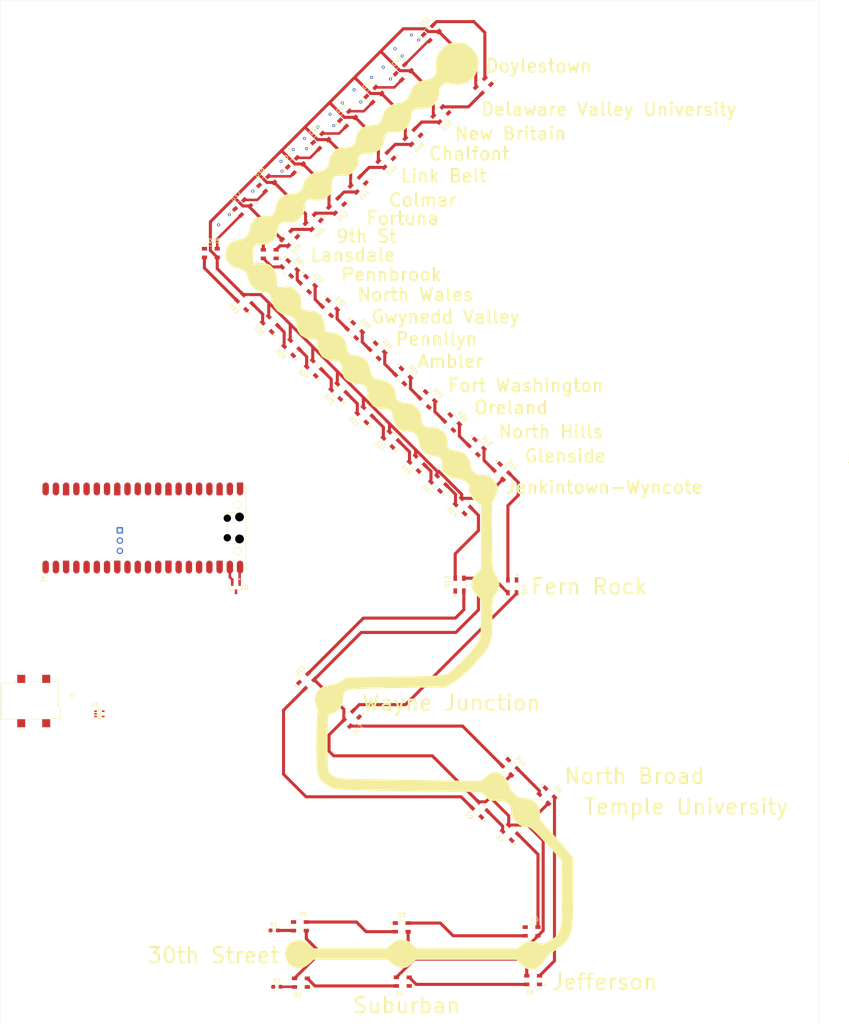
<source format=kicad_pcb>
(kicad_pcb (version 20240108) (generator "pcbnew") (generator_version "8.0")
  (layers (0 "F.Cu" signal) (31 "B.Cu" signal) (34 "B.Paste" user) (35 "F.Paste" user) (36 "B.SilkS" user "B.Silkscreen") (37 "F.SilkS" user "F.Silkscreen") (38 "B.Mask" user) (39 "F.Mask" user) (44 "Edge.Cuts" user))
  (net 0 "")
  (net 4 "Net-(A1-VSYS)")
  (net 13 "Net-(A1-VBUS)")
  (net 32 "GND")
  (net 33 "+5V")
  (net 34 "Pennbrook_INBOUND")
  (net 35 "Pennbrook_OUTBOUND")
  (net 36 "Net-(D1-DOUT)")
  (net 37 "Net-(D1-DIN)")
  (net 38 "Net-(D2-DIN)")
  (net 39 "Net-(D2-DOUT)")
  (net 40 "Net-(D3-DOUT)")
  (net 41 "Net-(D4-DIN)")
  (net 42 "Net-(D5-DOUT)")
  (net 43 "Net-(D6-DIN)")
  (net 44 "Net-(D7-DOUT)")
  (net 45 "Net-(D10-DOUT)")
  (net 46 "Net-(D11-DIN)")
  (net 47 "Net-(D10-DIN)")
  (net 48 "Net-(D11-DOUT)")
  (net 49 "Net-(D12-DIN)")
  (net 50 "Net-(D13-DOUT)")
  (net 51 "Net-(D14-DIN)")
  (net 52 "Net-(D15-DOUT)")
  (net 53 "Net-(D16-DIN)")
  (net 54 "Net-(D17-DOUT)")
  (net 55 "Net-(D18-DIN)")
  (net 56 "Net-(D19-DOUT)")
  (net 57 "Net-(D20-DIN)")
  (net 58 "Net-(D21-DOUT)")
  (net 59 "Net-(D22-DIN)")
  (net 60 "Net-(D23-DOUT)")
  (net 61 "Net-(D24-DIN)")
  (net 62 "Net-(D25-DOUT)")
  (net 63 "Net-(D26-DIN)")
  (net 64 "Net-(D27-DOUT)")
  (net 65 "Net-(D28-DIN)")
  (net 66 "Net-(D29-DOUT)")
  (net 67 "Net-(D30-DIN)")
  (net 68 "Net-(D31-DOUT)")
  (net 69 "Net-(D32-DIN)")
  (net 70 "Net-(D35-DOUT)")
  (net 71 "Net-(D36-DIN)")
  (net 72 "Net-(D37-DOUT)")
  (net 73 "Net-(D38-DIN)")
  (net 74 "Net-(D39-DOUT)")
  (net 75 "Net-(D40-DIN)")
  (net 76 "Net-(D41-DOUT)")
  (net 77 "Net-(D42-DIN)")
  (net 78 "Net-(D43-DOUT)")
  (net 79 "Net-(D44-DIN)")
  (net 80 "Net-(D45-DOUT)")
  (net 81 "Net-(D46-DIN)")
  (net 82 "Net-(D47-DOUT)")
  (net 83 "Net-(D48-DIN)")
  (net 84 "Net-(D49-DOUT)")
  (net 85 "Net-(D50-DIN)")
  (net 86 "Net-(D51-DOUT)")
  (net 87 "Net-(A1-GPIO18)")
  (net 88 "DATA_IN")
  (footprint "TrainTrackr-footprints:LED_IN-PI33TBTPRPGPB" (layer "F.Cu") (at 384.175 210.058 135)
    (property "Reference" "D29")
    (property "Value" "IN-PI33TBTPRPGPB")
  )
  (footprint "TrainTrackr-footprints:LED_IN-PI33TBTPRPGPB" (layer "F.Cu") (at 388.112 194.31 -45)
    (property "Reference" "D32")
    (property "Value" "IN-PI33TBTPRPGPB")
  )
  (footprint "TrainTrackr-footprints:LED_IN-PI33TBTPRPGPB" (layer "F.Cu") (at 389.763 215.138 135)
    (property "Reference" "D27")
    (property "Value" "IN-PI33TBTPRPGPB")
  )
  (footprint "TrainTrackr-footprints:LED_IN-PI33TBTPRPGPB" (layer "F.Cu") (at 408.813 232.791 135)
    (property "Reference" "D21")
    (property "Value" "IN-PI33TBTPRPGPB")
  )
  (footprint "TrainTrackr-footprints:TENSILITY_54-00165" (layer "F.Cu") (at 319.278 297.688 -90)
    (property "Reference" "J1")
    (property "Value" "54-00165" (hide yes))
  )
  (footprint "TrainTrackr-footprints:LED_IN-PI33TBTPRPGPB" (layer "F.Cu") (at 430.022 234.696 -45)
    (property "Reference" "D18")
    (property "Value" "IN-PI33TBTPRPGPB")
  )
  (footprint "TrainTrackr-footprints:LED_IN-PI33TBTPRPGPB" (layer "F.Cu") (at 420.624 243.713 135)
    (property "Reference" "D17")
    (property "Value" "IN-PI33TBTPRPGPB")
  )
  (footprint "TrainTrackr-footprints:DCK0005A_L" (layer "F.Cu") (at 336.423 300.863)
    (property "Reference" "U1")
    (property "Value" "SN74LV1T34DCKR")
  )
  (footprint "TrainTrackr-footprints:LED_IN-PI33TBTPRPGPB" (layer "F.Cu") (at 418.805062 131.993938 45)
    (property "Reference" "D51")
    (property "Value" "IN-PI33TBTPRPGPB" (hide yes))
  )
  (footprint "TrainTrackr-footprints:LED_IN-PI33TBTPRPGPB" (layer "F.Cu") (at 387.858 292.735 45)
    (property "Reference" "D11")
    (property "Value" "IN-PI33TBTPRPGPB")
  )
  (footprint "TrainTrackr-footprints:LED_IN-PI33TBTPRPGPB" (layer "F.Cu") (at 386.207 353.568)
    (property "Reference" "D1")
    (property "Value" "IN-PI33TBTPRPGPB")
  )
  (footprint "TrainTrackr-footprints:LED_IN-PI33TBTPRPGPB" (layer "F.Cu") (at 399.009904 302.019304 -135)
    (property "Reference" "D12")
    (property "Value" "IN-PI33TBTPRPGPB")
  )
  (footprint "TrainTrackr-footprints:LED_IN-PI33TBTPRPGPB" (layer "F.Cu") (at 405.384 210.82 -45)
    (property "Reference" "D26")
    (property "Value" "IN-PI33TBTPRPGPB")
  )
  (footprint "TrainTrackr-footprints:LED_IN-PI33TBTPRPGPB" (layer "F.Cu") (at 431.759062 145.074938 -135)
    (property "Reference" "D52" (hide yes))
    (property "Value" "IN-PI33TBTPRPGPB")
  )
  (footprint "TrainTrackr-footprints:LED_IN-PI33TBTPRPGPB" (layer "F.Cu") (at 430.870062 324.571062 135)
    (property "Reference" "D9")
    (property "Value" "IN-PI33TBTPRPGPB")
  )
  (footprint "TrainTrackr-footprints:LED_IN-PI33TBTPRPGPB" (layer "F.Cu") (at 391.373062 158.790938 45)
    (property "Reference" "D43")
    (property "Value" "IN-PI33TBTPRPGPB")
  )
  (footprint "TrainTrackr-footprints:LED_IN-PI33TBTPRPGPB" (layer "F.Cu") (at 425.831 268.805 90)
    (property "Reference" "D13")
    (property "Value" "IN-PI33TBTPRPGPB")
  )
  (footprint "TrainTrackr-footprints:LED_IN-PI33TBTPRPGPB" (layer "F.Cu") (at 411.874304 141.707904 45)
    (property "Reference" "D49")
    (property "Value" "IN-PI33TBTPRPGPB" (hide yes))
  )
  (footprint "TrainTrackr-footprints:train_line" (layer "F.Cu") (at 404 268)
    (property "Reference" "G***" (hide yes))
    (property "Value" "LOGO" (hide yes))
  )
  (footprint "TrainTrackr-footprints:LED_IN-PI33TBTPRPGPB" (layer "F.Cu") (at 411.774938 217.083938 -45)
    (property "Reference" "D24")
    (property "Value" "IN-PI33TBTPRPGPB")
  )
  (footprint "TrainTrackr-footprints:LED_IN-PI33TBTPRPGPB" (layer "F.Cu") (at 447.523904 321.169696 -45)
    (property "Reference" "D8")
    (property "Value" "IN-PI33TBTPRPGPB")
  )
  (footprint "TrainTrackr-footprints:LED_IN-PI33TBTPRPGPB" (layer "F.Cu") (at 389.509 178.816 -135)
    (property "Reference" "D40")
    (property "Value" "IN-PI33TBTPRPGPB")
  )
  (footprint "TrainTrackr-footprints:RaspberryPi_Pico_W_SMD_HandSolder" (layer "F.Cu") (at 347.218 254.762 -90)
    (property "Reference" "A1")
    (property "Value" "RaspberryPi_Pico")
  )
  (footprint "TrainTrackr-footprints:LED_IN-PI33TBTPRPGPB" (layer "F.Cu") (at 407.567096 163.435696 -135)
    (property "Reference" "D46")
    (property "Value" "IN-PI33TBTPRPGPB")
  )
  (footprint "TrainTrackr-footprints:LED_IN-PI33TBTPRPGPB" (layer "F.Cu") (at 438.912 269.24 -90)
    (property "Reference" "D14")
    (property "Value" "IN-PI33TBTPRPGPB")
  )
  (footprint "TrainTrackr-footprints:LED_IN-PI33TBTPRPGPB" (layer "F.Cu") (at 395.859 220.853 135)
    (property "Reference" "D25")
    (property "Value" "IN-PI33TBTPRPGPB")
  )
  (footprint "TrainTrackr-footprints:LED_IN-PI33TBTPRPGPB" (layer "F.Cu") (at 402.336 226.695 135)
    (property "Reference" "D23")
    (property "Value" "IN-PI33TBTPRPGPB")
  )
  (footprint "TrainTrackr-footprints:LED_IN-PI33TBTPRPGPB" (layer "F.Cu") (at 414.274 157.734 -135)
    (property "Reference" "D48")
    (property "Value" "IN-PI33TBTPRPGPB")
  )
  (footprint "TrainTrackr-footprints:LED_IN-PI33TBTPRPGPB" (layer "F.Cu") (at 444.119 366.903 180)
    (property "Reference" "D6")
    (property "Value" "IN-PI33TBTPRPGPB")
  )
  (footprint "Resistor_SMD:R_0603_1608Metric_Pad0.98x0.95mm_HandSolder" (layer "F.Cu") (at 380.492 368.554)
    (property "Reference" "R2")
    (property "Value" "R_US")
  )
  (footprint "TrainTrackr-footprints:LED_IN-PI33TBTPRPGPB" (layer "F.Cu") (at 415.29 238.76 135)
    (property "Reference" "D19")
    (property "Value" "IN-PI33TBTPRPGPB")
  )
  (footprint "TrainTrackr-footprints:LED_IN-PI33TBTPRPGPB" (layer "F.Cu") (at 399.796 205.74 -45)
    (property "Reference" "D28")
    (property "Value" "IN-PI33TBTPRPGPB")
  )
  (footprint "TrainTrackr-footprints:LED_IN-PI33TBTPRPGPB" (layer "F.Cu") (at 377.952 169.418 45)
    (property "Reference" "D39")
    (property "Value" "IN-PI33TBTPRPGPB")
  )
  (footprint "TrainTrackr-footprints:LED_IN-PI33TBTPRPGPB" (layer "F.Cu") (at 364.0925 186.563)
    (property "Reference" "D35")
    (property "Value" "IN-PI33TBTPRPGPB")
  )
  (footprint "TrainTrackr-footprints:LED_IN-PI33TBTPRPGPB" (layer "F.Cu") (at 383.667 182.88 -135)
    (property "Reference" "D38")
    (property "Value" "IN-PI33TBTPRPGPB")
  )
  (footprint "TrainTrackr-footprints:train" (layer "F.Cu") (at 370.332 269.5695 -90)
    (property "Reference" "Q1")
    (property "Value" "DMG2305UX-13")
  )
  (footprint "TrainTrackr-footprints:LED_IN-PI33TBTPRPGPB" (layer "F.Cu") (at 398.042096 153.275696 45)
    (property "Reference" "D45")
    (property "Value" "IN-PI33TBTPRPGPB")
  )
  (footprint "TrainTrackr-footprints:LED_IN-PI33TBTPRPGPB" (layer "F.Cu") (at 383.667 190.373 -45)
    (property "Reference" "D34")
    (property "Value" "IN-PI33TBTPRPGPB")
  )
  (footprint "TrainTrackr-footprints:LED_IN-PI33TBTPRPGPB" (layer "F.Cu") (at 417.83 222.885 -45)
    (property "Reference" "D22")
    (property "Value" "IN-PI33TBTPRPGPB")
  )
  (footprint "TrainTrackr-footprints:LED_IN-PI33TBTPRPGPB" (layer "F.Cu") (at 371.983 175.26 45)
    (property "Reference" "D37")
    (property "Value" "IN-PI33TBTPRPGPB")
  )
  (footprint "TrainTrackr-footprints:LED_IN-PI33TBTPRPGPB" (layer "F.Cu") (at 385.088096 164.832696 45)
    (property "Reference" "D41")
    (property "Value" "IN-PI33TBTPRPGPB")
  )
  (footprint "TrainTrackr-footprints:LED_IN-PI33TBTPRPGPB" (layer "F.Cu") (at 423.926 228.6 -45)
    (property "Reference" "D20")
    (property "Value" "IN-PI33TBTPRPGPB")
  )
  (footprint "TrainTrackr-footprints:LED_IN-PI33TBTPRPGPB" (layer "F.Cu") (at 438.404 330.327 135)
    (property "Reference" "D7")
    (property "Value" "IN-PI33TBTPRPGPB")
  )
  (footprint "TrainTrackr-footprints:LED_IN-PI33TBTPRPGPB" (layer "F.Cu") (at 378.714 186.817 180)
    (property "Reference" "D36" (hide yes))
    (property "Value" "IN-PI33TBTPRPGPB")
  )
  (footprint "TrainTrackr-footprints:LED_IN-PI33TBTPRPGPB" (layer "F.Cu") (at 438.317938 314.111938 -45)
    (property "Reference" "D10")
    (property "Value" "IN-PI33TBTPRPGPB")
  )
  (footprint "TrainTrackr-footprints:LED_IN-PI33TBTPRPGPB" (layer "F.Cu") (at 404.581062 147.360938 45)
    (property "Reference" "D47")
    (property "Value" "IN-PI33TBTPRPGPB")
  )
  (footprint "TrainTrackr-footprints:LED_IN-PI33TBTPRPGPB" (layer "F.Cu") (at 411.750501 367.284 180)
    (property "Reference" "D4")
    (property "Value" "IN-PI33TBTPRPGPB")
  )
  (footprint "TrainTrackr-footprints:LED_IN-PI33TBTPRPGPB" (layer "F.Cu") (at 443.7215 354.838)
    (property "Reference" "D5")
    (property "Value" "IN-PI33TBTPRPGPB")
  )
  (footprint "TrainTrackr-footprints:LED_IN-PI33TBTPRPGPB" (layer "F.Cu") (at 393.573 200.152 -45)
    (property "Reference" "D30")
    (property "Value" "IN-PI33TBTPRPGPB")
  )
  (footprint "TrainTrackr-footprints:LED_IN-PI33TBTPRPGPB" (layer "F.Cu") (at 378.841 204.216 135)
    (property "Reference" "D31")
    (property "Value" "IN-PI33TBTPRPGPB")
  )
  (footprint "TrainTrackr-footprints:LED_IN-PI33TBTPRPGPB" (layer "F.Cu") (at 411.48 353.822)
    (property "Reference" "D3")
    (property "Value" "IN-PI33TBTPRPGPB")
  )
  (footprint "TrainTrackr-footprints:LED_IN-PI33TBTPRPGPB" (layer "F.Cu") (at 372.491 198.755 135)
    (property "Reference" "D33")
    (property "Value" "IN-PI33TBTPRPGPB")
  )
  (footprint "TrainTrackr-footprints:LED_IN-PI33TBTPRPGPB" (layer "F.Cu") (at 436.245 240.792 -45)
    (property "Reference" "D16")
    (property "Value" "IN-PI33TBTPRPGPB")
  )
  (footprint "TrainTrackr-footprints:LED_IN-PI33TBTPRPGPB" (layer "F.Cu") (at 400.685 169.545 -135)
    (property "Reference" "D44")
    (property "Value" "IN-PI33TBTPRPGPB")
  )
  (footprint "TrainTrackr-footprints:LED_IN-PI33TBTPRPGPB" (layer "F.Cu") (at 395.310062 174.792938 -135)
    (property "Reference" "D42")
    (property "Value" "IN-PI33TBTPRPGPB")
  )
  (footprint "TrainTrackr-footprints:LED_IN-PI33TBTPRPGPB" (layer "F.Cu") (at 426.72 249.301 135)
    (property "Reference" "D15")
    (property "Value" "IN-PI33TBTPRPGPB")
  )
  (footprint "Resistor_SMD:R_0603_1608Metric_Pad0.98x0.95mm_HandSolder" (layer "F.Cu") (at 379.8335 354.584)
    (property "Reference" "R1")
    (property "Value" "R_US")
  )
  (footprint "TrainTrackr-footprints:LED_IN-PI33TBTPRPGPB" (layer "F.Cu") (at 421.218062 152.186938 -135)
    (property "Reference" "D50")
    (property "Value" "IN-PI33TBTPRPGPB")
  )
  (footprint "TrainTrackr-footprints:LED_IN-PI33TBTPRPGPB" (layer "F.Cu") (at 386.461 367.538 180)
    (property "Reference" "D2")
    (property "Value" "IN-PI33TBTPRPGPB")
  )
  (gr_rect (start 311.785 123.825) (end 514.985 377.825) (stroke (width 0.05)) (fill none) (layer "Edge.Cuts"))
  (gr_text "Temple University" (at 456.438 326.136 0) (layer "F.SilkS") (effects (font (size 3.81 3.81) (thickness 0.508)) (justify left bottom)))
  (gr_text "Jenkintown-Wyncote" (at 437 246.5 0) (layer "F.SilkS") (effects (font (size 3.175 3.175) (thickness 0.508)) (justify left bottom)))
  (gr_text "Doylestown" (at 432 142 0) (layer "F.SilkS") (effects (font (size 3.175 3.175) (thickness 0.508)) (justify left bottom)))
  (gr_text "Glenside" (at 441.677 238.755 0) (layer "F.SilkS") (effects (font (size 3.175 3.175) (thickness 0.508)) (justify left bottom)))
  (gr_text "Fortuna" (at 402.411 179.781 0) (layer "F.SilkS") (effects (font (size 3.175 3.175) (thickness 0.508)) (justify left bottom)))
  (gr_text "New Britain" (at 424.411 158.781 0) (layer "F.SilkS") (effects (font (size 3.175 3.175) (thickness 0.508)) (justify left bottom)))
  (gr_text "North Broad" (at 451.485 318.5 0) (layer "F.SilkS") (effects (font (size 3.81 3.81) (thickness 0.508)) (justify left bottom)))
  (gr_text "Oreland" (at 429.177 226.755 0) (layer "F.SilkS") (effects (font (size 3.175 3.175) (thickness 0.508)) (justify left bottom)))
  (gr_text "Pennllyn" (at 409.677 209.755 0) (layer "F.SilkS") (effects (font (size 3.175 3.175) (thickness 0.508)) (justify left bottom)))
  (gr_text "Ambler" (at 415.177 215.255 0) (layer "F.SilkS") (effects (font (size 3.175 3.175) (thickness 0.508)) (justify left bottom)))
  (gr_text "Delaware Valley University" (at 430.911 152.781 0) (layer "F.SilkS") (effects (font (size 3.175 3.175) (thickness 0.508)) (justify left bottom)))
  (gr_text "Fern Rock" (at 443.23 271.5 0) (layer "F.SilkS") (effects (font (size 3.81 3.81) (thickness 0.508)) (justify left bottom)))
  (gr_text "30th Street" (at 348 363 0) (layer "F.SilkS") (effects (font (size 3.81 3.81) (thickness 0.508)) (justify left bottom)))
  (gr_text "Lansdale\n" (at 388.514 188.908 0) (layer "F.SilkS") (effects (font (size 3.175 3.175) (thickness 0.508)) (justify left bottom)))
  (gr_text "Fort Washington" (at 422.677 221.255 0) (layer "F.SilkS") (effects (font (size 3.175 3.175) (thickness 0.508)) (justify left bottom)))
  (gr_text "North Wales" (at 400.177 198.755 0) (layer "F.SilkS") (effects (font (size 3.175 3.175) (thickness 0.508)) (justify left bottom)))
  (gr_text "Wayne Junction" (at 401.32 300.355 0) (layer "F.SilkS") (effects (font (size 3.81 3.81) (thickness 0.508)) (justify left bottom)))
  (gr_text "Colmar" (at 407.911 175.281 0) (layer "F.SilkS") (effects (font (size 3.175 3.175) (thickness 0.508)) (justify left bottom)))
  (gr_text "Suburban\n" (at 399.034 375.412 0) (layer "F.SilkS") (effects (font (size 3.81 3.81) (thickness 0.508)) (justify left bottom)))
  (gr_text "Pennbrook" (at 396.177 193.755 0) (layer "F.SilkS") (effects (font (size 3.175 3.175) (thickness 0.508)) (justify left bottom)))
  (gr_text "Link Belt" (at 410.911 169.281 0) (layer "F.SilkS") (effects (font (size 3.175 3.175) (thickness 0.508)) (justify left bottom)))
  (gr_text "North Hills" (at 435.177 232.755 0) (layer "F.SilkS") (effects (font (size 3.175 3.175) (thickness 0.508)) (justify left bottom)))
  (gr_text "Gwynedd Valley" (at 403.677 204.255 0) (layer "F.SilkS") (effects (font (size 3.175 3.175) (thickness 0.508)) (justify left bottom)))
  (gr_text "9th St\n" (at 394.911 184.281 0) (layer "F.SilkS") (effects (font (size 3.175 3.175) (thickness 0.508)) (justify left bottom)))
  (gr_text "Jefferson" (at 448.437 369.57 0) (layer "F.SilkS") (effects (font (size 3.81 3.81) (thickness 0.508)) (justify left bottom)))
  (gr_text "Chalfont" (at 417.911 163.781 0) (layer "F.SilkS") (effects (font (size 3.175 3.175) (thickness 0.508)) (justify left bottom)))
  (segment (start 369.417 267.563) (end 368.808 266.954) (width 0.635) (layer "F.Cu") (net 4))
  (segment (start 369.417 268.5445) (end 369.417 267.563) (width 0.635) (layer "F.Cu") (net 4))
  (segment (start 368.808 266.954) (end 368.808 263.652) (width 0.635) (layer "F.Cu") (net 4))
  (segment (start 371.247 263.753) (end 371.348 263.652) (width 0.635) (layer "F.Cu") (net 13))
  (segment (start 371.247 268.5445) (end 371.247 263.753) (width 0.635) (layer "F.Cu") (net 13))
  (via (at 381.508 163.83) (size 0.762) (drill 0.381) (layers "F.Cu" "B.Cu") (net 32))
  (via (at 374.523 171.196) (size 0.762) (drill 0.381) (layers "F.Cu" "B.Cu") (net 32))
  (via (at 390.652 155.321) (size 0.762) (drill 0.381) (layers "F.Cu" "B.Cu") (net 32))
  (via (at 403.987 143.002) (size 0.762) (drill 0.381) (layers "F.Cu" "B.Cu") (net 32))
  (via (at 415.671 133.731) (size 0.762) (drill 0.381) (layers "F.Cu" "B.Cu") (net 32))
  (via (at 387.858 160.655) (size 0.762) (drill 0.381) (layers "F.Cu" "B.Cu") (net 32))
  (via (at 401.32 149.098) (size 0.762) (drill 0.381) (layers "F.Cu" "B.Cu") (net 32))
  (via (at 406.908 140.462) (size 0.762) (drill 0.381) (layers "F.Cu" "B.Cu") (net 32))
  (via (at 394.589 154.94) (size 0.762) (drill 0.381) (layers "F.Cu" "B.Cu") (net 32))
  (via (at 399.669 146.05) (size 0.762) (drill 0.381) (layers "F.Cu" "B.Cu") (net 32))
  (via (at 393.7 152.146) (size 0.762) (drill 0.381) (layers "F.Cu" "B.Cu") (net 32))
  (via (at 396.748 149.352) (size 0.762) (drill 0.381) (layers "F.Cu" "B.Cu") (net 32))
  (via (at 411.607 137.668) (size 0.762) (drill 0.381) (layers "F.Cu" "B.Cu") (net 32))
  (via (at 409.829 135.89) (size 0.762) (drill 0.381) (layers "F.Cu" "B.Cu") (net 32))
  (via (at 368.681 177.038) (size 0.762) (drill 0.381) (layers "F.Cu" "B.Cu") (net 32))
  (via (at 381.762 166.243) (size 0.762) (drill 0.381) (layers "F.Cu" "B.Cu") (net 32))
  (via (at 413.893 132.461) (size 0.762) (drill 0.381) (layers "F.Cu" "B.Cu") (net 32))
  (via (at 387.35 158.115) (size 0.762) (drill 0.381) (layers "F.Cu" "B.Cu") (net 32))
  (via (at 408.686 143.383) (size 0.762) (drill 0.381) (layers "F.Cu" "B.Cu") (net 32))
  (via (at 384.556 160.909) (size 0.762) (drill 0.381) (layers "F.Cu" "B.Cu") (net 32))
  (via (at 366.014 179.578) (size 0.762) (drill 0.381) (layers "F.Cu" "B.Cu") (net 32))
  (segment (start 433.451 321.564) (end 433.451 321.227476) (width 0.762) (layer "F.Cu") (net 33))
  (segment (start 414.922304 236.879096) (end 414.922304 235.344304) (width 0.762) (layer "F.Cu") (net 33))
  (segment (start 393.253966 158.423242) (end 390.57403 158.423242) (width 0.762) (layer "F.Cu") (net 33))
  (segment (start 413.07 360.087499) (end 414.678501 361.696) (width 0.762) (layer "F.Cu") (net 33))
  (segment (start 414.922304 235.344304) (end 408.445304 228.867304) (width 0.762) (layer "F.Cu") (net 33))
  (segment (start 373.863904 175.325504) (end 373.863904 174.892304) (width 0.762) (layer "F.Cu") (net 33))
  (segment (start 394.589 311.277) (end 393.446 310.134) (width 0.762) (layer "F.Cu") (net 33))
  (segment (start 387.628096 179.183696) (end 387.628096 176.845496) (width 0.762) (layer "F.Cu") (net 33))
  (segment (start 387.797 354.638) (end 387.797 356.632998) (width 0.762) (layer "F.Cu") (net 33))
  (segment (start 426.352304 246.393674) (end 420.636934 240.678304) (width 0.762) (layer "F.Cu") (net 33))
  (segment (start 432.324842 322.690158) (end 430.502366 322.690158) (width 0.762) (layer "F.Cu") (net 33))
  (segment (start 378.473304 198.895304) (end 377.952 198.374) (width 0.762) (layer "F.Cu") (net 33))
  (segment (start 405.686192 163.803392) (end 405.686192 158.671192) (width 0.762) (layer "F.Cu") (net 33))
  (segment (start 412.393096 152.924372) (end 406.461966 146.993242) (width 0.762) (layer "F.Cu") (net 33))
  (segment (start 378.473304 202.335096) (end 378.473304 198.895304) (width 0.762) (layer "F.Cu") (net 33))
  (segment (start 389.395304 209.817304) (end 383.807304 204.229304) (width 0.762) (layer "F.Cu") (net 33))
  (segment (start 426.352304 247.420096) (end 426.352304 246.393674) (width 0.762) (layer "F.Cu") (net 33))
  (segment (start 379.832904 169.050304) (end 378.01564 169.050304) (width 0.762) (layer "F.Cu") (net 33))
  (segment (start 446.5965 332.2965) (end 442.6211 328.3211) (width 0.762) (layer "F.Cu") (net 33))
  (segment (start 363.982 178.816) (end 369.8875 172.9105) (width 0.762) (layer "F.Cu") (net 33))
  (segment (start 419.337158 152.554634) (end 419.337158 146.922158) (width 0.762) (layer "F.Cu") (net 33))
  (segment (start 430.53 267.215) (end 433.324 267.215) (width 0.762) (layer "F.Cu") (net 33))
  (segment (start 391.251501 360.087499) (end 393.246499 360.087499) (width 0.762) (layer "F.Cu") (net 33))
  (segment (start 420.636934 240.678304) (end 420.256304 240.678304) (width 0.762) (layer "F.Cu") (net 33))
  (segment (start 434.227 267.215) (end 437.842 270.83) (width 0.762) (layer "F.Cu") (net 33))
  (segment (start 414.678501 361.696) (end 442.529 361.696) (width 0.762) (layer "F.Cu") (net 33))
  (segment (start 408.445304 230.910096) (end 408.445304 228.867304) (width 0.762) (layer "F.Cu") (net 33))
  (segment (start 381.127 161.671) (end 381.635 161.163) (width 0.762) (layer "F.Cu") (net 33))
  (segment (start 378.01564 169.050304) (end 375.92 166.954664) (width 0.762) (layer "F.Cu") (net 33))
  (segment (start 413.07 354.892) (end 413.07 360.087499) (width 0.762) (layer "F.Cu") (net 33))
  (segment (start 375.92 166.954664) (end 375.92 166.878) (width 0.762) (layer "F.Cu") (net 33))
  (segment (start 369.8875 172.9105) (end 375.92 166.878) (width 0.762) (layer "F.Cu") (net 33))
  (segment (start 406.3365 136.601436) (end 406.3365 136.4615) (width 0.762) (layer "F.Cu") (net 33))
  (segment (start 442.529 358.6905) (end 445.3115 355.908) (width 0.762) (layer "F.Cu") (net 33))
  (segment (start 390.57403 158.423242) (end 387.604 155.453212) (width 0.762) (layer "F.Cu") (net 33))
  (segment (start 375.92 166.878) (end 381.127 161.671) (width 0.762) (layer "F.Cu") (net 33))
  (segment (start 372.04664 174.892304) (end 370.064836 172.9105) (width 0.762) (layer "F.Cu") (net 33))
  (segment (start 377.124 185.747) (end 377.124 178.5856) (width 0.762) (layer "F.Cu") (net 33))
  (segment (start 411.075272 141.340208) (end 406.3365 136.601436) (width 0.762) (layer "F.Cu") (net 33))
  (segment (start 393.429158 170.925158) (end 386.969 164.465) (width 0.762) (layer "F.Cu") (net 33))
  (segment (start 430.53 275.082) (end 430.53 267.215) (width 0.762) (layer "F.Cu") (net 33))
  (segment (start 395.491304 218.972096) (end 395.491304 215.913304) (width 0.762) (layer "F.Cu") (net 33))
  (segment (start 393.429158 175.160634) (end 393.429158 170.925158) (width 0.762) (layer "F.Cu") (net 33))
  (segment (start 393.573 149.237936) (end 393.573 149.225) (width 0.762) (layer "F.Cu") (net 33))
  (segment (start 401.968304 222.390304) (end 395.491304 215.913304) (width 0.762) (layer "F.Cu") (net 33))
  (segment (start 412.393096 158.101696) (end 412.393096 152.924372) (width 0.762) (layer "F.Cu") (net 33))
  (segment (start 381.635 161.163) (end 387.604 155.194) (width 0.762) (layer "F.Cu") (net 33))
  (segment (start 413.755208 141.340208) (end 411.075272 141.340208) (width 0.762) (layer "F.Cu") (net 33))
  (segment (start 393.446 310.134) (end 393.446 306.07) (width 0.762) (layer "F.Cu") (net 33))
  (segment (start 397.243064 152.908) (end 393.573 149.237936) (width 0.762) (layer "F.Cu") (net 33))
  (segment (start 376.452096 196.874096) (end 377.952 198.374) (width 0.762) (layer "F.Cu") (net 33))
  (segment (start 419.337158 146.922158) (end 413.755208 141.340208) (width 0.762) (layer "F.Cu") (net 33))
  (segment (start 438.036304 326.149304) (end 433.451 321.564) (width 0.762) (layer "F.Cu") (net 33))
  (segment (start 433.451 321.227476) (end 438.685634 315.992842) (width 0.762) (layer "F.Cu") (net 33))
  (segment (start 398.804096 169.912696) (end 398.804096 163.973372) (width 0.762) (layer "F.Cu") (net 33))
  (segment (start 433.324 267.215) (end 434.227 267.215) (width 0.762) (layer "F.Cu") (net 33))
  (segment (start 397.129 302.387) (end 397.129 299.7574) (width 0.762) (layer "F.Cu") (net 33))
  (segment (start 381.786096 183.247696) (end 376.9547 178.4163) (width 0.762) (layer "F.Cu") (net 33))
  (segment (start 442.529 361.696) (end 442.529 358.6905) (width 0.762) (layer "F.Cu") (net 33))
  (segment (start 417.316788 130.937) (end 418.00603 131.626242) (width 0.762) (layer "F.Cu") (net 33))
  (segment (start 399.7325 143.0655) (end 406.3365 136.4615) (width 0.762) (layer "F.Cu") (net 33))
  (segment (start 393.246499 360.087499) (end 413.07 360.087499) (width 0.762) (layer "F.Cu") (net 33))
  (segment (start 429.878158 140.818434) (end 420.685966 131.626242) (width 0.762) (layer "F.Cu") (net 33))
  (segment (start 446.5965 354.623) (end 446.5965 332.2965) (width 0.762) (layer "F.Cu") (net 33))
  (segment (start 387.797 356.632998) (end 391.251501 360.087499) (width 0.762) (layer "F.Cu") (net 33))
  (segment (start 372.123304 196.874096) (end 376.452096 196.874096) (width 0.762) (layer "F.Cu") (net 33))
  (segment (start 420.256304 241.832096) (end 420.256304 240.678304) (width 0.762) (layer "F.Cu") (net 33))
  (segment (start 442.6211 328.3211) (end 447.8916 323.0506) (width 0.762) (layer "F.Cu") (net 33))
  (segment (start 365.6825 187.633) (end 365.6825 190.433292) (width 0.762) (layer "F.Cu") (net 33))
  (segment (start 426.901 267.215) (end 430.53 267.215) (width 0.762) (layer "F.Cu") (net 33))
  (segment (start 399.923 152.908) (end 397.243064 152.908) (width 0.762) (layer "F.Cu") (net 33))
  (segment (start 393.573 149.225) (end 399.7325 143.0655) (width 0.762) (layer "F.Cu") (net 33))
  (segment (start 370.064836 172.9105) (end 369.8875 172.9105) (width 0.762) (layer "F.Cu") (net 33))
  (segment (start 384.937 164.465) (end 381.635 161.163) (width 0.762) (layer "F.Cu") (net 33))
  (segment (start 363.982 185.9325) (end 363.982 178.816) (width 0.762) (layer "F.Cu") (net 33))
  (segment (start 438.036304 328.446096) (end 438.036304 326.149304) (width 0.762) (layer "F.Cu") (net 33))
  (segment (start 389.395304 213.257096) (end 389.395304 209.817304) (width 0.762) (layer "F.Cu") (net 33))
  (segment (start 406.461966 146.993242) (end 403.78203 146.993242) (width 0.762) (layer "F.Cu") (net 33))
  (segment (start 442.529 365.833) (end 442.529 361.696) (width 0.762) (layer "F.Cu") (net 33))
  (segment (start 405.686192 158.671192) (end 399.923 152.908) (width 0.762) (layer "F.Cu") (net 33))
  (segment (start 418.00603 131.626242) (end 420.685966 131.626242) (width 0.762) (layer "F.Cu") (net 33))
  (segment (start 433.324 267.215) (end 433.324 248.878592) (width 0.762) (layer "F.Cu") (net 33))
  (segment (start 401.968304 224.814096) (end 401.968304 222.390304) (width 0.762) (layer "F.Cu") (net 33))
  (segment (start 365.6825 190.433292) (end 372.123304 196.874096) (width 0.762) (layer "F.Cu") (net 33))
  (segment (start 377.124 178.5856) (end 376.9547 178.4163) (width 0.762) (layer "F.Cu") (net 33))
  (segment (start 395.491304 215.913304) (end 389.395304 209.817304) (width 0.762) (layer "F.Cu") (net 33))
  (segment (start 442.496104 328.446096) (end 442.6211 328.3211) (width 0.762) (layer "F.Cu") (net 33))
  (segment (start 393.446 306.07) (end 397.129 302.387) (width 0.762) (layer "F.Cu") (net 33))
  (segment (start 424.942 280.67) (end 430.53 275.082) (width 0.762) (layer "F.Cu") (net 33))
  (segment (start 387.604 155.453212) (end 387.604 155.194) (width 0.762) (layer "F.Cu") (net 33))
  (segment (start 387.604 155.194) (end 393.573 149.225) (width 0.762) (layer "F.Cu") (net 33))
  (segment (start 433.451 321.564) (end 432.324842 322.690158) (width 0.762) (layer "F.Cu") (net 33))
  (segment (start 431.865504 247.420096) (end 436.612696 242.672904) (width 0.762) (layer "F.Cu") (net 33))
  (segment (start 410.160501 366.214) (end 414.678501 361.696) (width 0.762) (layer "F.Cu") (net 33))
  (segment (start 398.804096 163.973372) (end 393.253966 158.423242) (width 0.762) (layer "F.Cu") (net 33))
  (segment (start 397.129 299.7574) (end 389.738904 292.367304) (width 0.762) (layer "F.Cu") (net 33))
  (segment (start 433.324 248.878592) (end 431.865504 247.420096) (width 0.762) (layer "F.Cu") (net 33))
  (segment (start 403.78203 146.993242) (end 399.854288 143.0655) (width 0.762) (layer "F.Cu") (net 33))
  (segment (start 399.854288 143.0655) (end 399.7325 143.0655) (width 0.762) (layer "F.Cu") (net 33))
  (segment (start 387.628096 176.845496) (end 379.832904 169.050304) (width 0.762) (layer "F.Cu") (net 33))
  (segment (start 406.3365 136.4615) (end 411.861 130.937) (width 0.762) (layer "F.Cu") (net 33))
  (segment (start 419.089208 311.277) (end 394.589 311.277) (width 0.762) (layer "F.Cu") (net 33))
  (segment (start 430.502366 322.690158) (end 419.089208 311.277) (width 0.762) (layer "F.Cu") (net 33))
  (segment (start 411.861 130.937) (end 417.316788 130.937) (width 0.762) (layer "F.Cu") (net 33))
  (segment (start 365.6825 187.633) (end 363.982 185.9325) (width 0.762) (layer "F.Cu") (net 33))
  (segment (start 426.352304 247.420096) (end 431.865504 247.420096) (width 0.762) (layer "F.Cu") (net 33))
  (segment (start 384.871 366.468) (end 391.251501 360.087499) (width 0.762) (layer "F.Cu") (net 33))
  (segment (start 389.738904 292.367304) (end 401.436208 280.67) (width 0.762) (layer "F.Cu") (net 33))
  (segment (start 408.445304 228.867304) (end 401.968304 222.390304) (width 0.762) (layer "F.Cu") (net 33))
  (segment (start 445.3115 355.908) (end 446.5965 354.623) (width 0.762) (layer "F.Cu") (net 33))
  (segment (start 383.807304 208.177096) (end 383.807304 204.229304) (width 0.762) (layer "F.Cu") (net 33))
  (segment (start 420.256304 240.678304) (end 414.922304 235.344304) (width 0.762) (layer "F.Cu") (net 33))
  (segment (start 438.036304 328.446096) (end 442.496104 328.446096) (width 0.762) (layer "F.Cu") (net 33))
  (segment (start 401.436208 280.67) (end 424.942 280.67) (width 0.762) (layer "F.Cu") (net 33))
  (segment (start 383.807304 204.229304) (end 378.473304 198.895304) (width 0.762) (layer "F.Cu") (net 33))
  (segment (start 376.9547 178.4163) (end 373.863904 175.325504) (width 0.762) (layer "F.Cu") (net 33))
  (segment (start 373.863904 174.892304) (end 372.04664 174.892304) (width 0.762) (layer "F.Cu") (net 33))
  (segment (start 429.878158 145.442634) (end 429.878158 140.818434) (width 0.762) (layer "F.Cu") (net 33))
  (segment (start 386.969 164.465) (end 384.937 164.465) (width 0.762) (layer "F.Cu") (net 33))
  (segment (start 370.610096 198.387304) (end 362.5025 190.279708) (width 0.762) (layer "F.Cu") (net 34))
  (segment (start 362.5025 190.279708) (end 362.5025 187.633) (width 0.762) (layer "F.Cu") (net 34))
  (segment (start 377.124 187.887) (end 379.242304 190.005304) (width 0.762) (layer "F.Cu") (net 35))
  (segment (start 379.242304 190.005304) (end 381.786096 190.005304) (width 0.762) (layer "F.Cu") (net 35))
  (segment (start 402.644 354.892) (end 400.25 352.498) (width 0.762) (layer "F.Cu") (net 36))
  (segment (start 400.25 352.498) (end 387.797 352.498) (width 0.762) (layer "F.Cu") (net 36))
  (segment (start 409.89 354.892) (end 402.644 354.892) (width 0.762) (layer "F.Cu") (net 36))
  (segment (start 380.746 354.584) (end 384.563 354.584) (width 0.762) (layer "F.Cu") (net 37))
  (segment (start 384.563 354.584) (end 384.617 354.638) (width 0.762) (layer "F.Cu") (net 37))
  (segment (start 410.160501 368.354) (end 389.937 368.354) (width 0.762) (layer "F.Cu") (net 38))
  (segment (start 389.937 368.354) (end 388.051 366.468) (width 0.762) (layer "F.Cu") (net 38))
  (segment (start 381.4045 368.554) (end 384.817 368.554) (width 0.635) (layer "F.Cu") (net 39))
  (segment (start 384.817 368.554) (end 384.871 368.608) (width 0.635) (layer "F.Cu") (net 39))
  (segment (start 421.078 352.752) (end 413.07 352.752) (width 0.762) (layer "F.Cu") (net 40))
  (segment (start 424.234 355.908) (end 421.078 352.752) (width 0.762) (layer "F.Cu") (net 40))
  (segment (start 442.1315 355.908) (end 424.234 355.908) (width 0.762) (layer "F.Cu") (net 40))
  (segment (start 415.099501 367.973) (end 413.340501 366.214) (width 0.762) (layer "F.Cu") (net 41))
  (segment (start 442.529 367.973) (end 415.099501 367.973) (width 0.762) (layer "F.Cu") (net 41))
  (segment (start 445.3115 353.768) (end 445.3115 335.721292) (width 0.762) (layer "F.Cu") (net 42))
  (segment (start 445.3115 335.721292) (end 440.284904 330.694696) (width 0.762) (layer "F.Cu") (net 42))
  (segment (start 449.404808 321.537392) (end 449.404808 362.137192) (width 0.762) (layer "F.Cu") (net 43))
  (segment (start 449.404808 362.137192) (end 445.709 365.833) (width 0.762) (layer "F.Cu") (net 43))
  (segment (start 436.523096 328.710888) (end 432.750966 324.938758) (width 0.762) (layer "F.Cu") (net 44))
  (segment (start 436.523096 329.959304) (end 436.523096 328.710888) (width 0.762) (layer "F.Cu") (net 44))
  (segment (start 445.643 319.923792) (end 445.643 320.802) (width 0.762) (layer "F.Cu") (net 45))
  (segment (start 440.198842 314.479634) (end 445.643 319.923792) (width 0.762) (layer "F.Cu") (net 45))
  (segment (start 428.989158 324.203366) (end 426.222792 321.437) (width 0.762) (layer "F.Cu") (net 46))
  (segment (start 426.222792 321.437) (end 387.731 321.437) (width 0.762) (layer "F.Cu") (net 46))
  (segment (start 387.731 321.437) (end 382.143 315.849) (width 0.762) (layer "F.Cu") (net 46))
  (segment (start 382.143 315.849) (end 382.143 299.963208) (width 0.762) (layer "F.Cu") (net 46))
  (segment (start 382.143 299.963208) (end 387.490304 294.615904) (width 0.762) (layer "F.Cu") (net 46))
  (segment (start 398.642208 303.900208) (end 426.593 303.900208) (width 0.762) (layer "F.Cu") (net 47))
  (segment (start 426.593 303.900208) (end 436.437034 313.744242) (width 0.762) (layer "F.Cu") (net 47))
  (segment (start 401.965792 277.114) (end 424.815 277.114) (width 0.762) (layer "F.Cu") (net 48))
  (segment (start 424.815 277.114) (end 426.901 275.028) (width 0.762) (layer "F.Cu") (net 48))
  (segment (start 426.901 275.028) (end 426.901 270.395) (width 0.762) (layer "F.Cu") (net 48))
  (segment (start 388.225696 290.854096) (end 401.965792 277.114) (width 0.762) (layer "F.Cu") (net 48))
  (segment (start 412.435 298.577) (end 400.939 298.577) (width 0.762) (layer "F.Cu") (net 49))
  (segment (start 439.982 271.03) (end 412.435 298.577) (width 0.762) (layer "F.Cu") (net 49))
  (segment (start 400.939 298.577) (end 399.3776 300.1384) (width 0.762) (layer "F.Cu") (net 49))
  (segment (start 439.982 270.83) (end 439.982 271.03) (width 0.762) (layer "F.Cu") (net 49))
  (segment (start 424.761 267.215) (end 424.761 261.166) (width 0.762) (layer "F.Cu") (net 50))
  (segment (start 430.53 251.597792) (end 428.600904 249.668696) (width 0.762) (layer "F.Cu") (net 50))
  (segment (start 430.53 255.397) (end 430.53 251.597792) (width 0.762) (layer "F.Cu") (net 50))
  (segment (start 424.761 261.166) (end 430.53 255.397) (width 0.762) (layer "F.Cu") (net 50))
  (segment (start 440.436 243.469792) (end 438.125904 241.159696) (width 0.762) (layer "F.Cu") (net 51))
  (segment (start 437.842 249.228) (end 440.436 246.634) (width 0.762) (layer "F.Cu") (net 51))
  (segment (start 437.842 267.65) (end 437.842 249.228) (width 0.762) (layer "F.Cu") (net 51))
  (segment (start 440.436 246.634) (end 440.436 243.469792) (width 0.762) (layer "F.Cu") (net 51))
  (segment (start 424.839096 248.933304) (end 424.839096 246.414888) (width 0.762) (layer "F.Cu") (net 52))
  (segment (start 424.839096 246.414888) (end 422.504904 244.080696) (width 0.762) (layer "F.Cu") (net 52))
  (segment (start 431.902904 235.063696) (end 431.902904 237.963112) (width 0.762) (layer "F.Cu") (net 53))
  (segment (start 431.902904 237.963112) (end 434.364096 240.424304) (width 0.762) (layer "F.Cu") (net 53))
  (segment (start 418.743096 243.345304) (end 418.743096 240.699888) (width 0.762) (layer "F.Cu") (net 54))
  (segment (start 418.743096 240.699888) (end 417.170904 239.127696) (width 0.762) (layer "F.Cu") (net 54))
  (segment (start 425.806904 228.967696) (end 425.806904 231.994112) (width 0.762) (layer "F.Cu") (net 55))
  (segment (start 425.806904 231.994112) (end 428.141096 234.328304) (width 0.762) (layer "F.Cu") (net 55))
  (segment (start 413.409096 238.392304) (end 413.409096 235.873888) (width 0.762) (layer "F.Cu") (net 56))
  (segment (start 413.409096 235.873888) (end 410.693904 233.158696) (width 0.762) (layer "F.Cu") (net 56))
  (segment (start 419.710904 223.252696) (end 419.710904 225.898112) (width 0.762) (layer "F.Cu") (net 57))
  (segment (start 419.710904 225.898112) (end 422.045096 228.232304) (width 0.762) (layer "F.Cu") (net 57))
  (segment (start 406.932096 229.777888) (end 404.216904 227.062696) (width 0.762) (layer "F.Cu") (net 58))
  (segment (start 406.932096 232.423304) (end 406.932096 229.777888) (width 0.762) (layer "F.Cu") (net 58))
  (segment (start 413.655842 220.22405) (end 415.949096 222.517304) (width 0.762) (layer "F.Cu") (net 59))
  (segment (start 413.655842 217.451634) (end 413.655842 220.22405) (width 0.762) (layer "F.Cu") (net 59))
  (segment (start 400.455096 223.935888) (end 397.739904 221.220696) (width 0.762) (layer "F.Cu") (net 60))
  (segment (start 400.455096 226.327304) (end 400.455096 223.935888) (width 0.762) (layer "F.Cu") (net 60))
  (segment (start 407.264904 214.087112) (end 409.894034 216.716242) (width 0.762) (layer "F.Cu") (net 61))
  (segment (start 407.264904 211.187696) (end 407.264904 214.087112) (width 0.762) (layer "F.Cu") (net 61))
  (segment (start 393.978096 220.485304) (end 393.978096 217.839888) (width 0.762) (layer "F.Cu") (net 62))
  (segment (start 393.978096 217.839888) (end 391.643904 215.505696) (width 0.762) (layer "F.Cu") (net 62))
  (segment (start 401.676904 206.107696) (end 401.676904 208.626112) (width 0.762) (layer "F.Cu") (net 63))
  (segment (start 401.676904 208.626112) (end 403.503096 210.452304) (width 0.762) (layer "F.Cu") (net 63))
  (segment (start 387.882096 212.251888) (end 386.055904 210.425696) (width 0.762) (layer "F.Cu") (net 64))
  (segment (start 387.882096 214.770304) (end 387.882096 212.251888) (width 0.762) (layer "F.Cu") (net 64))
  (segment (start 395.453904 200.519696) (end 395.453904 202.911112) (width 0.762) (layer "F.Cu") (net 65))
  (segment (start 395.453904 202.911112) (end 397.915096 205.372304) (width 0.762) (layer "F.Cu") (net 65))
  (segment (start 382.294096 209.690304) (end 382.294096 206.155888) (width 0.762) (layer "F.Cu") (net 66))
  (segment (start 382.294096 206.155888) (end 380.721904 204.583696) (width 0.762) (layer "F.Cu") (net 66))
  (segment (start 389.992904 194.677696) (end 389.992904 198.085112) (width 0.762) (layer "F.Cu") (net 67))
  (segment (start 389.992904 198.085112) (end 391.692096 199.784304) (width 0.762) (layer "F.Cu") (net 67))
  (segment (start 376.960096 201.710888) (end 374.371904 199.122696) (width 0.762) (layer "F.Cu") (net 68))
  (segment (start 376.960096 203.848304) (end 376.960096 201.710888) (width 0.762) (layer "F.Cu") (net 68))
  (segment (start 385.547904 190.740696) (end 385.547904 193.259112) (width 0.762) (layer "F.Cu") (net 69))
  (segment (start 385.547904 193.259112) (end 386.231096 193.942304) (width 0.762) (layer "F.Cu") (net 69))
  (segment (start 371.615304 177.140904) (end 365.6825 183.073708) (width 0.635) (layer "F.Cu") (net 70))
  (segment (start 365.6825 183.073708) (end 365.6825 185.493) (width 0.635) (layer "F.Cu") (net 70))
  (segment (start 383.299304 184.760904) (end 381.290096 184.760904) (width 0.762) (layer "F.Cu") (net 71))
  (segment (start 381.290096 184.760904) (end 380.304 185.747) (width 0.762) (layer "F.Cu") (net 71))
  (segment (start 375.641904 173.379096) (end 372.350696 173.379096) (width 0.635) (layer "F.Cu") (net 72))
  (segment (start 377.584304 171.436696) (end 375.641904 173.379096) (width 0.635) (layer "F.Cu") (net 72))
  (segment (start 377.584304 171.298904) (end 377.584304 171.436696) (width 0.635) (layer "F.Cu") (net 72))
  (segment (start 384.336888 180.696904) (end 384.034696 180.999096) (width 0.762) (layer "F.Cu") (net 73))
  (segment (start 389.141304 180.696904) (end 384.336888 180.696904) (width 0.762) (layer "F.Cu") (net 73))
  (segment (start 383.896904 167.537096) (end 378.319696 167.537096) (width 0.635) (layer "F.Cu") (net 74))
  (segment (start 384.7204 166.7136) (end 383.896904 167.537096) (width 0.635) (layer "F.Cu") (net 74))
  (segment (start 394.942366 176.673842) (end 390.13795 176.673842) (width 0.762) (layer "F.Cu") (net 75))
  (segment (start 390.13795 176.673842) (end 389.876696 176.935096) (width 0.762) (layer "F.Cu") (net 75))
  (segment (start 391.005366 160.671842) (end 388.725416 162.951792) (width 0.635) (layer "F.Cu") (net 76))
  (segment (start 388.725416 162.951792) (end 385.455792 162.951792) (width 0.635) (layer "F.Cu") (net 76))
  (segment (start 397.163888 171.425904) (end 395.677758 172.912034) (width 0.762) (layer "F.Cu") (net 77))
  (segment (start 400.317304 171.425904) (end 397.163888 171.425904) (width 0.762) (layer "F.Cu") (net 77))
  (segment (start 397.6744 155.1566) (end 395.920966 156.910034) (width 0.635) (layer "F.Cu") (net 78))
  (segment (start 395.920966 156.910034) (end 391.740758 156.910034) (width 0.635) (layer "F.Cu") (net 78))
  (segment (start 407.1994 165.3166) (end 403.400192 165.3166) (width 0.762) (layer "F.Cu") (net 79))
  (segment (start 403.400192 165.3166) (end 401.052696 167.664096) (width 0.762) (layer "F.Cu") (net 79))
  (segment (start 404.213366 149.241842) (end 402.060416 151.394792) (width 0.635) (layer "F.Cu") (net 80))
  (segment (start 402.060416 151.394792) (end 398.409792 151.394792) (width 0.635) (layer "F.Cu") (net 80))
  (segment (start 413.906304 159.614904) (end 409.87468 159.614904) (width 0.762) (layer "F.Cu") (net 81))
  (segment (start 409.87468 159.614904) (end 407.934792 161.554792) (width 0.762) (layer "F.Cu") (net 81))
  (segment (start 411.506608 143.588808) (end 409.615382 145.480034) (width 0.635) (layer "F.Cu") (net 82))
  (segment (start 409.615382 145.480034) (end 404.948758 145.480034) (width 0.635) (layer "F.Cu") (net 82))
  (segment (start 420.850366 154.067842) (end 416.42695 154.067842) (width 0.762) (layer "F.Cu") (net 83))
  (segment (start 416.42695 154.067842) (end 414.641696 155.853096) (width 0.762) (layer "F.Cu") (net 83))
  (segment (start 412.242 139.827) (end 418.194158 133.874842) (width 0.635) (layer "F.Cu") (net 84))
  (segment (start 418.194158 133.874842) (end 418.437366 133.874842) (width 0.635) (layer "F.Cu") (net 84))
  (segment (start 428.041174 150.306034) (end 421.585758 150.306034) (width 0.762) (layer "F.Cu") (net 85))
  (segment (start 431.391366 146.955842) (end 428.041174 150.306034) (width 0.762) (layer "F.Cu") (net 85))
  (segment (start 419.172758 130.113034) (end 420.126792 129.159) (width 0.762) (layer "F.Cu") (net 86))
  (segment (start 429.387 129.159) (end 432.126758 131.898758) (width 0.762) (layer "F.Cu") (net 86))
  (segment (start 432.126758 131.898758) (end 432.126758 143.194034) (width 0.762) (layer "F.Cu") (net 86))
  (segment (start 420.126792 129.159) (end 429.387 129.159) (width 0.762) (layer "F.Cu") (net 86))
)
</source>
